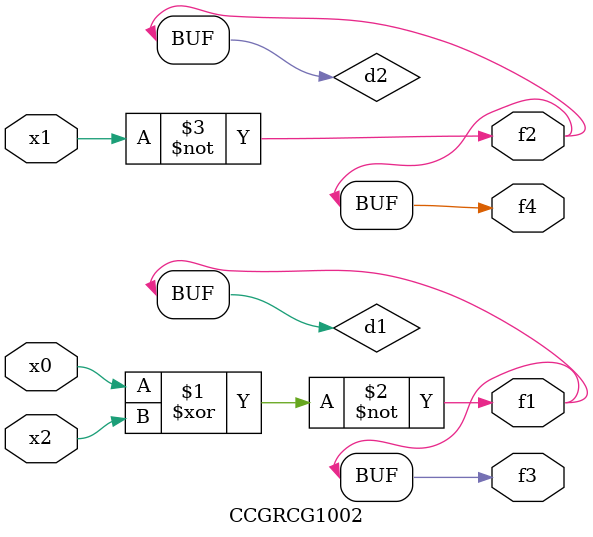
<source format=v>
module CCGRCG1002(
	input x0, x1, x2,
	output f1, f2, f3, f4
);

	wire d1, d2, d3;

	xnor (d1, x0, x2);
	nand (d2, x1);
	nor (d3, x1, x2);
	assign f1 = d1;
	assign f2 = d2;
	assign f3 = d1;
	assign f4 = d2;
endmodule

</source>
